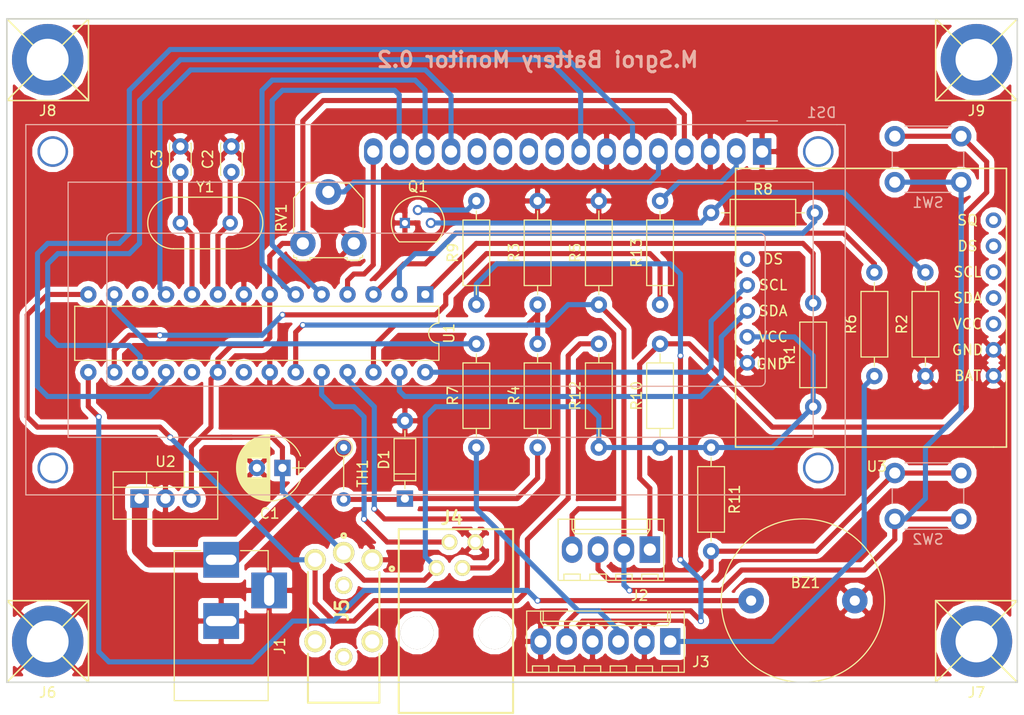
<source format=kicad_pcb>
(kicad_pcb (version 4) (host pcbnew 4.0.7-e2-6376~58~ubuntu16.04.1)
  (title_block (title "Battery Monitor"))
  (layers (0 F.Cu signal) (31 B.Cu signal) (34 B.Paste user) (35 F.Paste user) (36 B.SilkS user) (37 F.SilkS user) (38 B.Mask user) (39 F.Mask user) (44 Edge.Cuts user))
  (net 0 "")
  (net 1 "Net-(DS1-Pad2)")
  (net 2 "Net-(DS1-Pad5)")
  (net 3 "Net-(DS1-Pad9)")
  (net 4 "Net-(DS1-Pad10)")
  (net 5 "Net-(DS1-Pad11)")
  (net 6 "Net-(DS1-Pad12)")
  (net 7 "Net-(U1-Pad21)")
  (net 8 GND)
  (net 9 /DIGITAL9)
  (net 10 +5V)
  (net 11 /DIGITAL12)
  (net 12 /DIGITAL11)
  (net 13 /DIGITAL5)
  (net 14 /DIGITAL4)
  (net 15 /DIGITAL3)
  (net 16 /DIGITAL2)
  (net 17 +12V)
  (net 18 /DIGITAL8)
  (net 19 /ANALOG1)
  (net 20 /ANALOG2)
  (net 21 /DIGITAL10)
  (net 22 /RESET)
  (net 23 /DIGITAL0)
  (net 24 /DIGITAL1)
  (net 25 /DIGITAL13)
  (net 26 /ANALOG0)
  (net 27 /DIGITAL6)
  (net 28 /ANALOG3)
  (net 29 /DIGITAL7)
  (net 30 /ANALOG4)
  (net 31 /ANALOG5)
  (net 32 "Net-(D1-Pad1)")
  (net 33 /CLOCK1)
  (net 34 /CLOCK2)
  (net 35 "Net-(J2-Pad1)")
  (net 36 "Net-(J2-Pad3)")
  (net 37 "Net-(J3-Pad1)")
  (net 38 "Net-(J3-Pad3)")
  (net 39 "Net-(J5-Pad4)")
  (net 40 "Net-(J5-Pad5)")
  (net 41 "Net-(U3-Pad5)")
  (net 42 "Net-(U3-Pad8)")
  (net 43 "Net-(U3-Pad9)")
  (net 44 "Net-(U3-Pad10)")
  (net 45 "Net-(U3-Pad11)")
  (net 46 "Net-(U3-Pad12)")
  (net 47 "Net-(J3-Pad5)")
  (net 48 "Net-(Q1-Pad2)")
  (net 49 "Net-(Q1-Pad3)")
  (net 50 "Net-(J7-Pad1)")
  (net 51 "Net-(J8-Pad1)")
  (net 52 "Net-(J9-Pad1)")
  (module Buzzers_Beepers:BUZZER (layer F.Cu) (at 113 184)
    (fp_text reference BZ1 (at 0.24892 -1.75006) (layer F.SilkS))
    (fp_text value Buzzer)
    (pad 2 thru_hole circle (at 5.08 0) (size 2.49936 2.49936) (drill 1.00076) (layers *.Cu *.Mask) (net 8 GND))
    (pad 1 thru_hole circle (at -5.08 0) (size 2.49936 2.49936) (drill 1.00076) (layers *.Cu *.Mask) (net 9 /DIGITAL9))
  )
  (module Capacitors_THT:CP_Radial_D6.3mm_P2.50mm (layer F.Cu) (at 62 171 180)
    (fp_text reference C1 (at 1.25 -4.46 180) (layer F.SilkS))
    (fp_text value 100uf)
    (pad 1 thru_hole rect (at 0 0 180) (size 1.6 1.6) (drill 0.8) (layers *.Cu *.Mask) (net 10 +5V))
    (pad 2 thru_hole circle (at 2.5 0 180) (size 1.6 1.6) (drill 0.8) (layers *.Cu *.Mask) (net 8 GND))
  )
  (module Capacitors_THT:C_Disc_D3.0mm_W2.0mm_P2.50mm (layer F.Cu) (at 57 142 90)
    (fp_text reference C2 (at 1.25 -2.31 90) (layer F.SilkS))
    (fp_text value 22pf)
    (pad 1 thru_hole circle (at 0 0 90) (size 1.6 1.6) (drill 0.8) (layers *.Cu *.Mask) (net 33 /CLOCK1))
    (pad 2 thru_hole circle (at 2.5 0 90) (size 1.6 1.6) (drill 0.8) (layers *.Cu *.Mask) (net 8 GND))
  )
  (module Capacitors_THT:C_Disc_D3.0mm_W2.0mm_P2.50mm (layer F.Cu) (at 52 142 90)
    (fp_text reference C3 (at 1.25 -2.31 90) (layer F.SilkS))
    (fp_text value 22pf)
    (pad 1 thru_hole circle (at 0 0 90) (size 1.6 1.6) (drill 0.8) (layers *.Cu *.Mask) (net 34 /CLOCK2))
    (pad 2 thru_hole circle (at 2.5 0 90) (size 1.6 1.6) (drill 0.8) (layers *.Cu *.Mask) (net 8 GND))
  )
  (module Diodes_THT:D_DO-35_SOD27_P7.62mm_Horizontal (layer F.Cu) (at 74 174 90)
    (fp_text reference D1 (at 3.81 -2.06 90) (layer F.SilkS))
    (fp_text value D_Zener)
    (pad 1 thru_hole rect (at 0 0 90) (size 1.6 1.6) (drill 0.8) (layers *.Cu *.Mask) (net 32 "Net-(D1-Pad1)"))
    (pad 2 thru_hole oval (at 7.62 0 90) (size 1.6 1.6) (drill 0.8) (layers *.Cu *.Mask) (net 8 GND))
  )
  (module Displays:WC1602A (layer B.Cu) (at 109 140 180)
    (fp_text reference DS1 (at -5.82 3.81 180) (layer B.SilkS) (effects (justify mirror)))
    (fp_text value HY1602E)
    (pad 1 thru_hole rect (at 0 0 180) (size 1.8 2.6) (drill 1.2) (layers *.Cu *.Mask) (net 8 GND))
    (pad 2 thru_hole oval (at 2.54 0 180) (size 1.8 2.6) (drill 1.2) (layers *.Cu *.Mask) (net 1 "Net-(DS1-Pad2)"))
    (pad 3 thru_hole oval (at 5.08 0 180) (size 1.8 2.6) (drill 1.2) (layers *.Cu *.Mask) (net 8 GND))
    (pad 4 thru_hole oval (at 7.62 0 180) (size 1.8 2.6) (drill 1.2) (layers *.Cu *.Mask) (net 10 +5V))
    (pad 5 thru_hole oval (at 10.16 0 180) (size 1.8 2.6) (drill 1.2) (layers *.Cu *.Mask) (net 2 "Net-(DS1-Pad5)"))
    (pad 6 thru_hole oval (at 12.7 0 180) (size 1.8 2.6) (drill 1.2) (layers *.Cu *.Mask) (net 11 /DIGITAL12))
    (pad 7 thru_hole oval (at 15.24 0 180) (size 1.8 2.6) (drill 1.2) (layers *.Cu *.Mask) (net 8 GND))
    (pad 8 thru_hole oval (at 17.78 0 180) (size 1.8 2.6) (drill 1.2) (layers *.Cu *.Mask) (net 12 /DIGITAL11))
    (pad 9 thru_hole oval (at 20.32 0 180) (size 1.8 2.6) (drill 1.2) (layers *.Cu *.Mask) (net 3 "Net-(DS1-Pad9)"))
    (pad 10 thru_hole oval (at 22.86 0 180) (size 1.8 2.6) (drill 1.2) (layers *.Cu *.Mask) (net 4 "Net-(DS1-Pad10)"))
    (pad 11 thru_hole oval (at 25.4 0 180) (size 1.8 2.6) (drill 1.2) (layers *.Cu *.Mask) (net 5 "Net-(DS1-Pad11)"))
    (pad 12 thru_hole oval (at 27.94 0 180) (size 1.8 2.6) (drill 1.2) (layers *.Cu *.Mask) (net 6 "Net-(DS1-Pad12)"))
    (pad 13 thru_hole oval (at 30.48 0 180) (size 1.8 2.6) (drill 1.2) (layers *.Cu *.Mask) (net 13 /DIGITAL5))
    (pad 14 thru_hole oval (at 33.02 0 180) (size 1.8 2.6) (drill 1.2) (layers *.Cu *.Mask) (net 14 /DIGITAL4))
    (pad 15 thru_hole oval (at 35.56 0 180) (size 1.8 2.6) (drill 1.2) (layers *.Cu *.Mask) (net 15 /DIGITAL3))
    (pad 16 thru_hole oval (at 38.1 0 180) (size 1.8 2.6) (drill 1.2) (layers *.Cu *.Mask) (net 16 /DIGITAL2))
    (pad "" thru_hole circle (at -5.4991 0 180) (size 3 3) (drill 2.5) (layers *.Cu *.Mask))
    (pad "" thru_hole circle (at -5.4991 -31.0007 180) (size 3 3) (drill 2.5) (layers *.Cu *.Mask))
    (pad "" thru_hole circle (at 69.49948 -31.0007 180) (size 3 3) (drill 2.5) (layers *.Cu *.Mask))
    (pad "" thru_hole circle (at 69.5 0 180) (size 3 3) (drill 2.5) (layers *.Cu *.Mask))
  )
  (module Connectors:BARREL_JACK (layer F.Cu) (at 56 180 90)
    (fp_text reference J1 (at -8.45 5.75 270) (layer F.SilkS))
    (fp_text value Barrel_Jack)
    (pad 1 thru_hole rect (at 0 0 90) (size 3.5 3.5) (drill oval 1 3) (layers *.Cu *.Mask) (net 17 +12V))
    (pad 2 thru_hole rect (at -6 0 90) (size 3.5 3.5) (drill oval 1 3) (layers *.Cu *.Mask) (net 8 GND))
    (pad 3 thru_hole rect (at -3 4.7 90) (size 3.5 3.5) (drill oval 3 1) (layers *.Cu *.Mask) (net 8 GND))
  )
  (module myfootprint:A-2004-3-4-LP-N-R (layer F.Cu) (at 79 195)
    (fp_text reference J4 (at -0.4 -19.1) (layer F.SilkS) (effects (font (size 1.27 1.27) (thickness 0.254))))
    (fp_text value A-2004-3-4-LP-N-R hide)
    (pad 1 thru_hole circle (at -1.905 -14.2 90) (size 1.55 1.55) (drill 1) (layers *.Cu *.Mask F.SilkS) (net 10 +5V))
    (pad 2 thru_hole circle (at -0.635 -16.74 90) (size 1.55 1.55) (drill 1) (layers *.Cu *.Mask F.SilkS) (net 19 /ANALOG1))
    (pad 3 thru_hole circle (at 0.635 -14.2 90) (size 1.55 1.55) (drill 1) (layers *.Cu *.Mask F.SilkS) (net 20 /ANALOG2))
    (pad 4 thru_hole circle (at 1.905 -16.74 90) (size 1.55 1.55) (drill 1) (layers *.Cu *.Mask F.SilkS) (net 8 GND))
    (pad 5 thru_hole circle (at -3.81 -7.85 90) (size 3.2 3.2) (drill 3.2) (layers *.Cu *.Mask F.SilkS))
    (pad 6 thru_hole circle (at 3.81 -7.85 90) (size 3.2 3.2) (drill 3.2) (layers *.Cu *.Mask F.SilkS))
  )
  (module myfootprint:1503-19 (layer F.Cu) (at 68 194 90)
    (fp_text reference J5 (at 9.05295 -0.16775 90) (layer F.SilkS) (effects (font (size 1.27 1.27) (thickness 0.254))))
    (fp_text value 1503_19 hide)
    (pad 1 thru_hole circle (at 14.7 0 180) (size 2.1 2.1) (drill 1.4) (layers *.Cu *.Mask F.SilkS) (net 10 +5V))
    (pad 2 thru_hole circle (at 14 -2.8 180) (size 2.1 2.1) (drill 1.4) (layers *.Cu *.Mask F.SilkS) (net 18 /DIGITAL8))
    (pad 3 thru_hole circle (at 14 2.8 180) (size 2.1 2.1) (drill 1.4) (layers *.Cu *.Mask F.SilkS) (net 8 GND))
    (pad 4 thru_hole circle (at 6 -2.8 180) (size 2.1 2.1) (drill 1.4) (layers *.Cu *.Mask F.SilkS) (net 39 "Net-(J5-Pad4)"))
    (pad 5 thru_hole circle (at 6 2.8 180) (size 2.1 2.1) (drill 1.4) (layers *.Cu *.Mask F.SilkS) (net 40 "Net-(J5-Pad5)"))
    (pad 6 thru_hole circle (at 11.5 0 180) (size 1.7 1.7) (drill 1.1) (layers *.Cu *.Mask F.SilkS))
    (pad 7 thru_hole circle (at 4.5 0 180) (size 1.7 1.7) (drill 1.1) (layers *.Cu *.Mask F.SilkS))
  )
  (module Resistors_THT:R_Axial_DIN0207_L6.3mm_D2.5mm_P10.16mm_Horizontal (layer F.Cu) (at 114 165 90)
    (fp_text reference R1 (at 5.08 -2.31 90) (layer F.SilkS))
    (fp_text value 10K)
    (pad 1 thru_hole circle (at 0 0 90) (size 1.6 1.6) (drill 0.8) (layers *.Cu *.Mask) (net 10 +5V))
    (pad 2 thru_hole oval (at 10.16 0 90) (size 1.6 1.6) (drill 0.8) (layers *.Cu *.Mask) (net 22 /RESET))
  )
  (module Resistors_THT:R_Axial_DIN0207_L6.3mm_D2.5mm_P10.16mm_Horizontal (layer F.Cu) (at 87 155 90)
    (fp_text reference R3 (at 5.08 -2.31 90) (layer F.SilkS))
    (fp_text value 4M7)
    (pad 1 thru_hole circle (at 0 0 90) (size 1.6 1.6) (drill 0.8) (layers *.Cu *.Mask) (net 28 /ANALOG3))
    (pad 2 thru_hole oval (at 10.16 0 90) (size 1.6 1.6) (drill 0.8) (layers *.Cu *.Mask) (net 8 GND))
  )
  (module Resistors_THT:R_Axial_DIN0207_L6.3mm_D2.5mm_P10.16mm_Horizontal (layer F.Cu) (at 87 169 90)
    (fp_text reference R4 (at 5.08 -2.31 90) (layer F.SilkS))
    (fp_text value 10M)
    (pad 1 thru_hole circle (at 0 0 90) (size 1.6 1.6) (drill 0.8) (layers *.Cu *.Mask) (net 32 "Net-(D1-Pad1)"))
    (pad 2 thru_hole oval (at 10.16 0 90) (size 1.6 1.6) (drill 0.8) (layers *.Cu *.Mask) (net 28 /ANALOG3))
  )
  (module Resistors_THT:R_Axial_DIN0207_L6.3mm_D2.5mm_P10.16mm_Horizontal (layer F.Cu) (at 93 155 90)
    (fp_text reference R5 (at 5.08 -2.31 90) (layer F.SilkS))
    (fp_text value 10k)
    (pad 1 thru_hole circle (at 0 0 90) (size 1.6 1.6) (drill 0.8) (layers *.Cu *.Mask) (net 26 /ANALOG0))
    (pad 2 thru_hole oval (at 10.16 0 90) (size 1.6 1.6) (drill 0.8) (layers *.Cu *.Mask) (net 8 GND))
  )
  (module Resistors_THT:R_Axial_DIN0207_L6.3mm_D2.5mm_P10.16mm_Horizontal (layer F.Cu) (at 120 162 90)
    (fp_text reference R6 (at 5.08 -2.31 90) (layer F.SilkS))
    (fp_text value 220R)
    (pad 1 thru_hole circle (at 0 0 90) (size 1.6 1.6) (drill 0.8) (layers *.Cu *.Mask) (net 37 "Net-(J3-Pad1)"))
    (pad 2 thru_hole oval (at 10.16 0 90) (size 1.6 1.6) (drill 0.8) (layers *.Cu *.Mask) (net 24 /DIGITAL1))
  )
  (module Resistors_THT:R_Axial_DIN0207_L6.3mm_D2.5mm_P10.16mm_Horizontal (layer F.Cu) (at 81 169 90)
    (fp_text reference R7 (at 5.08 -2.31 90) (layer F.SilkS))
    (fp_text value 220R)
    (pad 1 thru_hole circle (at 0 0 90) (size 1.6 1.6) (drill 0.8) (layers *.Cu *.Mask) (net 38 "Net-(J3-Pad3)"))
    (pad 2 thru_hole oval (at 10.16 0 90) (size 1.6 1.6) (drill 0.8) (layers *.Cu *.Mask) (net 29 /DIGITAL7))
  )
  (module Resistors_THT:R_Axial_DIN0207_L6.3mm_D2.5mm_P10.16mm_Horizontal (layer F.Cu) (at 104 146)
    (fp_text reference R8 (at 5.08 -2.31) (layer F.SilkS))
    (fp_text value 220R)
    (pad 1 thru_hole circle (at 0 0) (size 1.6 1.6) (drill 0.8) (layers *.Cu *.Mask) (net 49 "Net-(Q1-Pad3)"))
    (pad 2 thru_hole oval (at 10.16 0) (size 1.6 1.6) (drill 0.8) (layers *.Cu *.Mask) (net 23 /DIGITAL0))
  )
  (module Resistors_THT:R_Axial_DIN0207_L6.3mm_D2.5mm_P10.16mm_Horizontal (layer F.Cu) (at 81 155 90)
    (fp_text reference R9 (at 5.08 -2.31 90) (layer F.SilkS))
    (fp_text value 220R)
    (pad 1 thru_hole circle (at 0 0 90) (size 1.6 1.6) (drill 0.8) (layers *.Cu *.Mask) (net 47 "Net-(J3-Pad5)"))
    (pad 2 thru_hole oval (at 10.16 0 90) (size 1.6 1.6) (drill 0.8) (layers *.Cu *.Mask) (net 48 "Net-(Q1-Pad2)"))
  )
  (module Resistors_THT:R_Axial_DIN0207_L6.3mm_D2.5mm_P10.16mm_Horizontal (layer F.Cu) (at 99 169 90)
    (fp_text reference R10 (at 5.08 -2.31 90) (layer F.SilkS))
    (fp_text value 10k)
    (pad 1 thru_hole circle (at 0 0 90) (size 1.6 1.6) (drill 0.8) (layers *.Cu *.Mask) (net 10 +5V))
    (pad 2 thru_hole oval (at 10.16 0 90) (size 1.6 1.6) (drill 0.8) (layers *.Cu *.Mask) (net 35 "Net-(J2-Pad1)"))
  )
  (module Resistors_THT:R_Axial_DIN0207_L6.3mm_D2.5mm_P10.16mm_Horizontal (layer F.Cu) (at 104 169 270)
    (fp_text reference R11 (at 5.08 -2.31 270) (layer F.SilkS))
    (fp_text value 100k)
    (pad 1 thru_hole circle (at 0 0 270) (size 1.6 1.6) (drill 0.8) (layers *.Cu *.Mask) (net 10 +5V))
    (pad 2 thru_hole oval (at 10.16 0 270) (size 1.6 1.6) (drill 0.8) (layers *.Cu *.Mask) (net 36 "Net-(J2-Pad3)"))
  )
  (module Potentiometers:Potentiometer_Triwood_RM-065 (layer F.Cu) (at 64 149)
    (fp_text reference RV1 (at -2.1 -2.5 90) (layer F.SilkS))
    (fp_text value POT)
    (pad 2 thru_hole circle (at 2.5 -5.04) (size 2.5 2.5) (drill 1.2) (layers *.Cu *.Mask) (net 2 "Net-(DS1-Pad5)"))
    (pad 3 thru_hole circle (at 5 0) (size 2.5 2.5) (drill 1.2) (layers *.Cu *.Mask) (net 8 GND))
    (pad 1 thru_hole circle (at 0 0) (size 2.5 2.5) (drill 1.2) (layers *.Cu *.Mask) (net 10 +5V))
  )
  (module Buttons_Switches_THT:SW_PUSH_6mm_h9.5mm (layer B.Cu) (at 122 143)
    (fp_text reference SW1 (at 3.25 2) (layer B.SilkS) (effects (justify mirror)))
    (fp_text value SW_Push)
    (pad 2 thru_hole circle (at 0 -4.5 270) (size 2 2) (drill 1.1) (layers *.Cu *.Mask) (net 35 "Net-(J2-Pad1)"))
    (pad 1 thru_hole circle (at 0 0 270) (size 2 2) (drill 1.1) (layers *.Cu *.Mask) (net 26 /ANALOG0))
    (pad 2 thru_hole circle (at 6.5 -4.5 270) (size 2 2) (drill 1.1) (layers *.Cu *.Mask) (net 35 "Net-(J2-Pad1)"))
    (pad 1 thru_hole circle (at 6.5 0 270) (size 2 2) (drill 1.1) (layers *.Cu *.Mask) (net 26 /ANALOG0))
  )
  (module Buttons_Switches_THT:SW_PUSH_6mm_h9.5mm (layer B.Cu) (at 122 176)
    (fp_text reference SW2 (at 3.25 2) (layer B.SilkS) (effects (justify mirror)))
    (fp_text value SW_Push)
    (pad 2 thru_hole circle (at 0 -4.5 270) (size 2 2) (drill 1.1) (layers *.Cu *.Mask) (net 36 "Net-(J2-Pad3)"))
    (pad 1 thru_hole circle (at 0 0 270) (size 2 2) (drill 1.1) (layers *.Cu *.Mask) (net 26 /ANALOG0))
    (pad 2 thru_hole circle (at 6.5 -4.5 270) (size 2 2) (drill 1.1) (layers *.Cu *.Mask) (net 36 "Net-(J2-Pad3)"))
    (pad 1 thru_hole circle (at 6.5 0 270) (size 2 2) (drill 1.1) (layers *.Cu *.Mask) (net 26 /ANALOG0))
  )
  (module Resistors_THT:R_Axial_DIN0204_L3.6mm_D1.6mm_P5.08mm_Vertical (layer F.Cu) (at 68 169 270)
    (fp_text reference TH1 (at 2.54 -1.86 270) (layer F.SilkS))
    (fp_text value Thermistor_PTC)
    (pad 1 thru_hole circle (at 0 0 270) (size 1.4 1.4) (drill 0.7) (layers *.Cu *.Mask) (net 17 +12V))
    (pad 2 thru_hole oval (at 5.08 0 270) (size 1.4 1.4) (drill 0.7) (layers *.Cu *.Mask) (net 32 "Net-(D1-Pad1)"))
  )
  (module Housings_DIP:DIP-28_W7.62mm (layer F.Cu) (at 76 154 270)
    (fp_text reference U1 (at 3.81 -2.33 270) (layer F.SilkS))
    (fp_text value ATMEGA328-PU)
    (pad 1 thru_hole rect (at 0 0 270) (size 1.6 1.6) (drill 0.8) (layers *.Cu *.Mask) (net 22 /RESET))
    (pad 15 thru_hole oval (at 7.62 33.02 270) (size 1.6 1.6) (drill 0.8) (layers *.Cu *.Mask) (net 9 /DIGITAL9))
    (pad 2 thru_hole oval (at 0 2.54 270) (size 1.6 1.6) (drill 0.8) (layers *.Cu *.Mask) (net 23 /DIGITAL0))
    (pad 16 thru_hole oval (at 7.62 30.48 270) (size 1.6 1.6) (drill 0.8) (layers *.Cu *.Mask) (net 21 /DIGITAL10))
    (pad 3 thru_hole oval (at 0 5.08 270) (size 1.6 1.6) (drill 0.8) (layers *.Cu *.Mask) (net 24 /DIGITAL1))
    (pad 17 thru_hole oval (at 7.62 27.94 270) (size 1.6 1.6) (drill 0.8) (layers *.Cu *.Mask) (net 12 /DIGITAL11))
    (pad 4 thru_hole oval (at 0 7.62 270) (size 1.6 1.6) (drill 0.8) (layers *.Cu *.Mask) (net 16 /DIGITAL2))
    (pad 18 thru_hole oval (at 7.62 25.4 270) (size 1.6 1.6) (drill 0.8) (layers *.Cu *.Mask) (net 11 /DIGITAL12))
    (pad 5 thru_hole oval (at 0 10.16 270) (size 1.6 1.6) (drill 0.8) (layers *.Cu *.Mask) (net 15 /DIGITAL3))
    (pad 19 thru_hole oval (at 7.62 22.86 270) (size 1.6 1.6) (drill 0.8) (layers *.Cu *.Mask) (net 25 /DIGITAL13))
    (pad 6 thru_hole oval (at 0 12.7 270) (size 1.6 1.6) (drill 0.8) (layers *.Cu *.Mask) (net 14 /DIGITAL4))
    (pad 20 thru_hole oval (at 7.62 20.32 270) (size 1.6 1.6) (drill 0.8) (layers *.Cu *.Mask) (net 10 +5V))
    (pad 7 thru_hole oval (at 0 15.24 270) (size 1.6 1.6) (drill 0.8) (layers *.Cu *.Mask) (net 10 +5V))
    (pad 21 thru_hole oval (at 7.62 17.78 270) (size 1.6 1.6) (drill 0.8) (layers *.Cu *.Mask) (net 7 "Net-(U1-Pad21)"))
    (pad 8 thru_hole oval (at 0 17.78 270) (size 1.6 1.6) (drill 0.8) (layers *.Cu *.Mask) (net 8 GND))
    (pad 22 thru_hole oval (at 7.62 15.24 270) (size 1.6 1.6) (drill 0.8) (layers *.Cu *.Mask) (net 8 GND))
    (pad 9 thru_hole oval (at 0 20.32 270) (size 1.6 1.6) (drill 0.8) (layers *.Cu *.Mask) (net 33 /CLOCK1))
    (pad 23 thru_hole oval (at 7.62 12.7 270) (size 1.6 1.6) (drill 0.8) (layers *.Cu *.Mask) (net 26 /ANALOG0))
    (pad 10 thru_hole oval (at 0 22.86 270) (size 1.6 1.6) (drill 0.8) (layers *.Cu *.Mask) (net 34 /CLOCK2))
    (pad 24 thru_hole oval (at 7.62 10.16 270) (size 1.6 1.6) (drill 0.8) (layers *.Cu *.Mask) (net 19 /ANALOG1))
    (pad 11 thru_hole oval (at 0 25.4 270) (size 1.6 1.6) (drill 0.8) (layers *.Cu *.Mask) (net 13 /DIGITAL5))
    (pad 25 thru_hole oval (at 7.62 7.62 270) (size 1.6 1.6) (drill 0.8) (layers *.Cu *.Mask) (net 20 /ANALOG2))
    (pad 12 thru_hole oval (at 0 27.94 270) (size 1.6 1.6) (drill 0.8) (layers *.Cu *.Mask) (net 27 /DIGITAL6))
    (pad 26 thru_hole oval (at 7.62 5.08 270) (size 1.6 1.6) (drill 0.8) (layers *.Cu *.Mask) (net 28 /ANALOG3))
    (pad 13 thru_hole oval (at 0 30.48 270) (size 1.6 1.6) (drill 0.8) (layers *.Cu *.Mask) (net 29 /DIGITAL7))
    (pad 27 thru_hole oval (at 7.62 2.54 270) (size 1.6 1.6) (drill 0.8) (layers *.Cu *.Mask) (net 30 /ANALOG4))
    (pad 14 thru_hole oval (at 0 33.02 270) (size 1.6 1.6) (drill 0.8) (layers *.Cu *.Mask) (net 18 /DIGITAL8))
    (pad 28 thru_hole oval (at 7.62 0 270) (size 1.6 1.6) (drill 0.8) (layers *.Cu *.Mask) (net 31 /ANALOG5))
  )
  (module myfootprint:TinyRTC (layer F.Cu) (at 105 148)
    (fp_text reference U3 (at 15.24 22.86) (layer F.SilkS))
    (fp_text value TinyRTC)
    (fp_text user SQ (at 24.13 -1.27) (layer F.SilkS))
    (fp_text user DS (at 24.13 1.27) (layer F.SilkS))
    (fp_text user SCL (at 24.13 3.81) (layer F.SilkS))
    (fp_text user SDA (at 24.13 6.35) (layer F.SilkS))
    (fp_text user VCC (at 24.13 8.89) (layer F.SilkS))
    (fp_text user GND (at 24.13 11.43) (layer F.SilkS))
    (fp_text user BAT (at 24.13 13.97) (layer F.SilkS))
    (fp_text user DS (at 5.08 2.54) (layer F.SilkS))
    (fp_text user SCL (at 5.08 5.08) (layer F.SilkS))
    (fp_text user SDA (at 5.08 7.62) (layer F.SilkS))
    (fp_text user VCC (at 5.08 10.16) (layer F.SilkS))
    (fp_text user GND (at 4.953 12.827) (layer F.SilkS))
    (pad 1 thru_hole circle (at 2.54 12.7) (size 1.524 1.524) (drill 0.85) (layers *.Cu *.Mask) (net 8 GND))
    (pad 2 thru_hole circle (at 2.54 10.16) (size 1.524 1.524) (drill 0.85) (layers *.Cu *.Mask) (net 10 +5V))
    (pad 3 thru_hole circle (at 2.54 7.62) (size 1.524 1.524) (drill 0.85) (layers *.Cu *.Mask) (net 30 /ANALOG4))
    (pad 4 thru_hole circle (at 2.54 5.08) (size 1.524 1.524) (drill 0.85) (layers *.Cu *.Mask) (net 31 /ANALOG5))
    (pad 5 thru_hole circle (at 2.54 2.54) (size 1.524 1.524) (drill 0.85) (layers *.Cu *.Mask) (net 41 "Net-(U3-Pad5)"))
    (pad 6 thru_hole circle (at 26.67 13.97) (size 1.524 1.524) (drill 0.85) (layers *.Cu *.Mask) (net 8 GND))
    (pad 7 thru_hole circle (at 26.67 11.43) (size 1.524 1.524) (drill 0.85) (layers *.Cu *.Mask) (net 8 GND))
    (pad 8 thru_hole circle (at 26.67 8.89) (size 1.524 1.524) (drill 0.85) (layers *.Cu *.Mask) (net 42 "Net-(U3-Pad8)"))
    (pad 9 thru_hole circle (at 26.67 6.35) (size 1.524 1.524) (drill 0.85) (layers *.Cu *.Mask) (net 43 "Net-(U3-Pad9)"))
    (pad 10 thru_hole circle (at 26.67 3.81) (size 1.524 1.524) (drill 0.85) (layers *.Cu *.Mask) (net 44 "Net-(U3-Pad10)"))
    (pad 11 thru_hole circle (at 26.67 1.27) (size 1.524 1.524) (drill 0.85) (layers *.Cu *.Mask) (net 45 "Net-(U3-Pad11)"))
    (pad 12 thru_hole circle (at 26.67 -1.27) (size 1.524 1.524) (drill 0.85) (layers *.Cu *.Mask) (net 46 "Net-(U3-Pad12)"))
  )
  (module Crystals:Crystal_HC49-U_Vertical (layer F.Cu) (at 52 147)
    (fp_text reference Y1 (at 2.44 -3.525) (layer F.SilkS))
    (fp_text value 16Mhz)
    (pad 1 thru_hole circle (at 0 0) (size 1.5 1.5) (drill 0.8) (layers *.Cu *.Mask) (net 34 /CLOCK2))
    (pad 2 thru_hole circle (at 4.88 0) (size 1.5 1.5) (drill 0.8) (layers *.Cu *.Mask) (net 33 /CLOCK1))
  )
  (module Connectors_Molex:Molex_KK-6410-04_04x2.54mm_Straight (layer F.Cu) (at 98 179 180)
    (fp_text reference J2 (at 1 -4.5 180) (layer F.SilkS))
    (fp_text value BUTTONS)
    (pad 1 thru_hole rect (at 0 0 180) (size 2 2.6) (drill 1.2) (layers *.Cu *.Mask) (net 35 "Net-(J2-Pad1)"))
    (pad 2 thru_hole oval (at 2.54 0 180) (size 2 2.6) (drill 1.2) (layers *.Cu *.Mask) (net 26 /ANALOG0))
    (pad 3 thru_hole oval (at 5.08 0 180) (size 2 2.6) (drill 1.2) (layers *.Cu *.Mask) (net 36 "Net-(J2-Pad3)"))
    (pad 4 thru_hole oval (at 7.62 0 180) (size 2 2.6) (drill 1.2) (layers *.Cu *.Mask) (net 26 /ANALOG0))
  )
  (module TO_SOT_Packages_THT:TO-220-3_Vertical (layer F.Cu) (at 48 174)
    (fp_text reference U2 (at 2.54 -3.62) (layer F.SilkS))
    (fp_text value LM7805_TO220)
    (pad 1 thru_hole rect (at 0 0) (size 1.8 1.8) (drill 1) (layers *.Cu *.Mask) (net 17 +12V))
    (pad 2 thru_hole oval (at 2.54 0) (size 1.8 1.8) (drill 1) (layers *.Cu *.Mask) (net 8 GND))
    (pad 3 thru_hole oval (at 5.08 0) (size 1.8 1.8) (drill 1) (layers *.Cu *.Mask) (net 10 +5V))
  )
  (module Connectors_Molex:Molex_KK-6410-06_06x2.54mm_Straight (layer F.Cu) (at 100 188 180)
    (fp_text reference J3 (at -3 -2 180) (layer F.SilkS))
    (fp_text value I/O)
    (pad 1 thru_hole rect (at 0 0 180) (size 2 2.6) (drill 1.2) (layers *.Cu *.Mask) (net 37 "Net-(J3-Pad1)"))
    (pad 2 thru_hole oval (at 2.54 0 180) (size 2 2.6) (drill 1.2) (layers *.Cu *.Mask) (net 8 GND))
    (pad 3 thru_hole oval (at 5.08 0 180) (size 2 2.6) (drill 1.2) (layers *.Cu *.Mask) (net 38 "Net-(J3-Pad3)"))
    (pad 4 thru_hole oval (at 7.62 0 180) (size 2 2.6) (drill 1.2) (layers *.Cu *.Mask) (net 8 GND))
    (pad 5 thru_hole oval (at 10.16 0 180) (size 2 2.6) (drill 1.2) (layers *.Cu *.Mask) (net 47 "Net-(J3-Pad5)"))
    (pad 6 thru_hole oval (at 12.7 0 180) (size 2 2.6) (drill 1.2) (layers *.Cu *.Mask) (net 8 GND))
  )
  (module TO_SOT_Packages_THT:TO-92_Molded_Narrow (layer F.Cu) (at 74 147)
    (fp_text reference Q1 (at 1.27 -3.56) (layer F.SilkS))
    (fp_text value 2N3904)
    (pad 2 thru_hole circle (at 1.27 -1.27 90) (size 1 1) (drill 0.6) (layers *.Cu *.Mask) (net 48 "Net-(Q1-Pad2)"))
    (pad 3 thru_hole circle (at 2.54 0 90) (size 1 1) (drill 0.6) (layers *.Cu *.Mask) (net 49 "Net-(Q1-Pad3)"))
    (pad 1 thru_hole rect (at 0 0 90) (size 1 1) (drill 0.6) (layers *.Cu *.Mask) (net 8 GND))
  )
  (module Resistors_THT:R_Axial_DIN0207_L6.3mm_D2.5mm_P10.16mm_Horizontal (layer F.Cu) (at 93 169 90)
    (fp_text reference R12 (at 5.08 -2.31 90) (layer F.SilkS))
    (fp_text value 4k7)
    (pad 1 thru_hole circle (at 0 0 90) (size 1.6 1.6) (drill 0.8) (layers *.Cu *.Mask) (net 10 +5V))
    (pad 2 thru_hole oval (at 10.16 0 90) (size 1.6 1.6) (drill 0.8) (layers *.Cu *.Mask) (net 18 /DIGITAL8))
  )
  (module Resistors_THT:R_Axial_DIN0207_L6.3mm_D2.5mm_P10.16mm_Horizontal (layer F.Cu) (at 99 155 90)
    (fp_text reference R13 (at 5.08 -2.31 90) (layer F.SilkS))
    (fp_text value 220R)
    (pad 1 thru_hole circle (at 0 0 90) (size 1.6 1.6) (drill 0.8) (layers *.Cu *.Mask) (net 21 /DIGITAL10))
    (pad 2 thru_hole oval (at 10.16 0 90) (size 1.6 1.6) (drill 0.8) (layers *.Cu *.Mask) (net 1 "Net-(DS1-Pad2)"))
  )
  (module myfootprint:Mounthole (layer F.Cu) (at 39 188)
    (fp_text reference J6 (at 0 5) (layer F.SilkS))
    (fp_text value Conn_01x01)
    (pad 1 thru_hole circle (at 0 0) (size 7 7) (drill 4.1) (layers *.Cu *.Mask) (net 8 GND))
  )
  (module myfootprint:Mounthole (layer F.Cu) (at 130 188)
    (fp_text reference J7 (at 0 5) (layer F.SilkS))
    (fp_text value Conn_01x01)
    (pad 1 thru_hole circle (at 0 0) (size 7 7) (drill 4.1) (layers *.Cu *.Mask) (net 50 "Net-(J7-Pad1)"))
  )
  (module myfootprint:Mounthole (layer F.Cu) (at 39 131)
    (fp_text reference J8 (at 0 5) (layer F.SilkS))
    (fp_text value Conn_01x01)
    (pad 1 thru_hole circle (at 0 0) (size 7 7) (drill 4.1) (layers *.Cu *.Mask) (net 51 "Net-(J8-Pad1)"))
  )
  (module myfootprint:Mounthole (layer F.Cu) (at 130 131)
    (fp_text reference J9 (at 0 5) (layer F.SilkS))
    (fp_text value Conn_01x01)
    (pad 1 thru_hole circle (at 0 0) (size 7 7) (drill 4.1) (layers *.Cu *.Mask) (net 52 "Net-(J9-Pad1)"))
  )
  (module Resistors_THT:R_Axial_DIN0207_L6.3mm_D2.5mm_P10.16mm_Horizontal (layer F.Cu) (at 125 162 90)
    (fp_text reference R2 (at 5.08 -2.31 90) (layer F.SilkS))
    (fp_text value 220R)
    (pad 1 thru_hole circle (at 0 0 90) (size 1.6 1.6) (drill 0.8) (layers *.Cu *.Mask) (net 8 GND))
    (pad 2 thru_hole oval (at 10.16 0 90) (size 1.6 1.6) (drill 0.8) (layers *.Cu *.Mask) (net 49 "Net-(Q1-Pad3)"))
  )
  (gr_text "M.Sgroi Battery Monitor 0.2" (at 87 131) (layer B.SilkS) (effects (font (size 1.5 1.5) (thickness 0.3)) (justify mirror)))
  (gr_line (start 134 127) (end 134 192) (angle 90) (layer Edge.Cuts) (width 0.15))
  (gr_line (start 35 127) (end 134 127) (angle 90) (layer Edge.Cuts) (width 0.15))
  (gr_line (start 35 192) (end 35 127) (angle 90) (layer Edge.Cuts) (width 0.15))
  (gr_line (start 134 192) (end 35 192) (angle 90) (layer Edge.Cuts) (width 0.15))
  (segment (start 106.46 140) (end 106.46 141.54) (width 0.5) (layer B.Cu) (net 1))
  (segment (start 100.84 143) (end 99 144.84) (width 0.5) (layer B.Cu) (net 1))
  (segment (start 105 143) (end 100.84 143) (width 0.5) (layer B.Cu) (net 1))
  (segment (start 106.46 141.54) (end 105 143) (width 0.5) (layer B.Cu) (net 1))
  (segment (start 66.5 143.96) (end 68.04 143.96) (width 0.5) (layer B.Cu) (net 2))
  (segment (start 98.84 142.16) (end 98.84 140) (width 0.5) (layer B.Cu) (net 2))
  (segment (start 98 143) (end 98.84 142.16) (width 0.5) (layer B.Cu) (net 2))
  (segment (start 69 143) (end 98 143) (width 0.5) (layer B.Cu) (net 2))
  (segment (start 68.04 143.96) (end 69 143) (width 0.5) (layer B.Cu) (net 2))
  (segment (start 70.8 180) (end 70.8 178.8) (width 0.5) (layer F.Cu) (net 8))
  (segment (start 70.8 178.8) (end 70 178) (width 0.5) (layer F.Cu) (net 8))
  (segment (start 70.8 180) (end 73 180) (width 0.5) (layer F.Cu) (net 8))
  (segment (start 107.92 184) (end 87 184) (width 0.5) (layer F.Cu) (net 9))
  (segment (start 42.98 164.98) (end 42.98 161.62) (width 0.5) (layer F.Cu) (net 9))
  (segment (start 44 166) (end 42.98 164.98) (width 0.5) (layer F.Cu) (net 9))
  (via (at 44 166) (size 0.6) (drill 0.4) (layers F.Cu B.Cu) (net 9))
  (segment (start 44 189) (end 44 166) (width 0.5) (layer B.Cu) (net 9))
  (segment (start 45 190) (end 44 189) (width 0.5) (layer B.Cu) (net 9))
  (segment (start 59 190) (end 45 190) (width 0.5) (layer B.Cu) (net 9))
  (segment (start 63 186) (end 59 190) (width 0.5) (layer B.Cu) (net 9))
  (segment (start 67 186) (end 63 186) (width 0.5) (layer B.Cu) (net 9))
  (segment (start 70 183) (end 67 186) (width 0.5) (layer B.Cu) (net 9))
  (segment (start 86 183) (end 70 183) (width 0.5) (layer B.Cu) (net 9))
  (segment (start 87 184) (end 86 183) (width 0.5) (layer B.Cu) (net 9))
  (via (at 87 184) (size 0.6) (drill 0.4) (layers F.Cu B.Cu) (net 9))
  (segment (start 54 168) (end 55 167) (width 0.5) (layer F.Cu) (net 10))
  (segment (start 55 162.3) (end 55.68 161.62) (width 0.5) (layer F.Cu) (net 10))
  (segment (start 55 167) (end 55 162.3) (width 0.5) (layer F.Cu) (net 10))
  (segment (start 57 168) (end 54 168) (width 0.5) (layer F.Cu) (net 10))
  (segment (start 53.08 168.92) (end 53.08 174) (width 0.5) (layer F.Cu) (net 10))
  (segment (start 54 168) (end 53.08 168.92) (width 0.5) (layer F.Cu) (net 10))
  (segment (start 93 169) (end 93 166) (width 0.5) (layer B.Cu) (net 10))
  (segment (start 76 179.705) (end 77.095 180.8) (width 0.5) (layer B.Cu) (net 10))
  (segment (start 76 166) (end 76 179.705) (width 0.5) (layer B.Cu) (net 10))
  (segment (start 77 165) (end 76 166) (width 0.5) (layer B.Cu) (net 10))
  (segment (start 92 165) (end 77 165) (width 0.5) (layer B.Cu) (net 10))
  (segment (start 93 166) (end 92 165) (width 0.5) (layer B.Cu) (net 10))
  (segment (start 101.38 140) (end 101.38 136.38) (width 0.5) (layer F.Cu) (net 10))
  (segment (start 64 137) (end 64 149) (width 0.5) (layer F.Cu) (net 10))
  (segment (start 66 135) (end 64 137) (width 0.5) (layer F.Cu) (net 10))
  (segment (start 100 135) (end 66 135) (width 0.5) (layer F.Cu) (net 10))
  (segment (start 101.38 136.38) (end 100 135) (width 0.5) (layer F.Cu) (net 10))
  (segment (start 114 165) (end 114 160) (width 0.5) (layer B.Cu) (net 10))
  (segment (start 112.16 158.16) (end 107.54 158.16) (width 0.5) (layer B.Cu) (net 10))
  (segment (start 114 160) (end 112.16 158.16) (width 0.5) (layer B.Cu) (net 10))
  (segment (start 104 169) (end 110 169) (width 0.5) (layer B.Cu) (net 10))
  (segment (start 110 169) (end 114 165) (width 0.5) (layer B.Cu) (net 10))
  (segment (start 99 169) (end 104 169) (width 0.5) (layer B.Cu) (net 10))
  (segment (start 93 169) (end 99 169) (width 0.5) (layer B.Cu) (net 10))
  (segment (start 62 171) (end 62 169) (width 0.5) (layer F.Cu) (net 10))
  (segment (start 61 168) (end 57 168) (width 0.5) (layer F.Cu) (net 10))
  (segment (start 57 168) (end 56 168) (width 0.5) (layer F.Cu) (net 10))
  (segment (start 62 169) (end 61 168) (width 0.5) (layer F.Cu) (net 10))
  (segment (start 62 171) (end 62 173.3) (width 0.5) (layer B.Cu) (net 10))
  (segment (start 62 173.3) (end 68 179.3) (width 0.5) (layer B.Cu) (net 10))
  (segment (start 68 179.3) (end 68 180) (width 0.5) (layer F.Cu) (net 10))
  (segment (start 68 180) (end 70 182) (width 0.5) (layer F.Cu) (net 10))
  (segment (start 75.895 182) (end 77.095 180.8) (width 0.5) (layer F.Cu) (net 10))
  (segment (start 70 182) (end 75.895 182) (width 0.5) (layer F.Cu) (net 10))
  (segment (start 60.76 154) (end 60.76 150.24) (width 0.5) (layer F.Cu) (net 10))
  (segment (start 62 149) (end 64 149) (width 0.5) (layer F.Cu) (net 10))
  (segment (start 60.76 150.24) (end 62 149) (width 0.5) (layer F.Cu) (net 10))
  (segment (start 55.68 161.62) (end 55.68 160.32) (width 0.5) (layer F.Cu) (net 10))
  (segment (start 55.68 160.32) (end 57 159) (width 0.5) (layer F.Cu) (net 10))
  (segment (start 57 159) (end 60 159) (width 0.5) (layer F.Cu) (net 10))
  (segment (start 60 159) (end 60.76 158.24) (width 0.5) (layer F.Cu) (net 10))
  (segment (start 60.76 158.24) (end 60.76 154) (width 0.5) (layer F.Cu) (net 10))
  (segment (start 53.08 174) (end 53.08 173.92) (width 0.5) (layer F.Cu) (net 10))
  (segment (start 96.3 140) (end 96.3 137.3) (width 0.5) (layer B.Cu) (net 11))
  (segment (start 49 164) (end 50.6 162.4) (width 0.5) (layer B.Cu) (net 11))
  (segment (start 39 164) (end 49 164) (width 0.5) (layer B.Cu) (net 11))
  (segment (start 38 163) (end 39 164) (width 0.5) (layer B.Cu) (net 11))
  (segment (start 38 150) (end 38 163) (width 0.5) (layer B.Cu) (net 11))
  (segment (start 39 149) (end 38 150) (width 0.5) (layer B.Cu) (net 11))
  (segment (start 46 149) (end 39 149) (width 0.5) (layer B.Cu) (net 11))
  (segment (start 47 148) (end 46 149) (width 0.5) (layer B.Cu) (net 11))
  (segment (start 47 134) (end 47 148) (width 0.5) (layer B.Cu) (net 11))
  (segment (start 51 130) (end 47 134) (width 0.5) (layer B.Cu) (net 11))
  (segment (start 89 130) (end 51 130) (width 0.5) (layer B.Cu) (net 11))
  (segment (start 96.3 137.3) (end 89 130) (width 0.5) (layer B.Cu) (net 11))
  (segment (start 50.6 162.4) (end 50.6 161.62) (width 0.5) (layer B.Cu) (net 11))
  (segment (start 91.22 140) (end 91.22 134.22) (width 0.5) (layer B.Cu) (net 12))
  (segment (start 48.06 160.06) (end 48.06 161.62) (width 0.5) (layer B.Cu) (net 12))
  (segment (start 47 159) (end 48.06 160.06) (width 0.5) (layer B.Cu) (net 12))
  (segment (start 40 159) (end 47 159) (width 0.5) (layer B.Cu) (net 12))
  (segment (start 39 158) (end 40 159) (width 0.5) (layer B.Cu) (net 12))
  (segment (start 39 151) (end 39 158) (width 0.5) (layer B.Cu) (net 12))
  (segment (start 40 150) (end 39 151) (width 0.5) (layer B.Cu) (net 12))
  (segment (start 47 150) (end 40 150) (width 0.5) (layer B.Cu) (net 12))
  (segment (start 48 149) (end 47 150) (width 0.5) (layer B.Cu) (net 12))
  (segment (start 48 135) (end 48 149) (width 0.5) (layer B.Cu) (net 12))
  (segment (start 52 131) (end 48 135) (width 0.5) (layer B.Cu) (net 12))
  (segment (start 88 131) (end 52 131) (width 0.5) (layer B.Cu) (net 12))
  (segment (start 91.22 134.22) (end 88 131) (width 0.5) (layer B.Cu) (net 12))
  (segment (start 78.52 140) (end 78.52 134.52) (width 0.5) (layer B.Cu) (net 13))
  (segment (start 50 153.4) (end 50.6 154) (width 0.5) (layer B.Cu) (net 13))
  (segment (start 50 135) (end 50 153.4) (width 0.5) (layer B.Cu) (net 13))
  (segment (start 53 132) (end 50 135) (width 0.5) (layer B.Cu) (net 13))
  (segment (start 76 132) (end 53 132) (width 0.5) (layer B.Cu) (net 13))
  (segment (start 78.52 134.52) (end 76 132) (width 0.5) (layer B.Cu) (net 13))
  (segment (start 63.3 154) (end 63 154) (width 0.5) (layer B.Cu) (net 14))
  (segment (start 63 154) (end 60 151) (width 0.5) (layer B.Cu) (net 14))
  (segment (start 60 151) (end 60 134) (width 0.5) (layer B.Cu) (net 14))
  (segment (start 60 134) (end 61 133) (width 0.5) (layer B.Cu) (net 14))
  (segment (start 61 133) (end 75 133) (width 0.5) (layer B.Cu) (net 14))
  (segment (start 75 133) (end 75.98 133.98) (width 0.5) (layer B.Cu) (net 14))
  (segment (start 75.98 133.98) (end 75.98 140) (width 0.5) (layer B.Cu) (net 14))
  (segment (start 73.44 140) (end 73.44 134.44) (width 0.5) (layer B.Cu) (net 15))
  (segment (start 61 149.16) (end 65.84 154) (width 0.5) (layer B.Cu) (net 15))
  (segment (start 61 135) (end 61 149.16) (width 0.5) (layer B.Cu) (net 15))
  (segment (start 62 134) (end 61 135) (width 0.5) (layer B.Cu) (net 15))
  (segment (start 73 134) (end 62 134) (width 0.5) (layer B.Cu) (net 15))
  (segment (start 73.44 134.44) (end 73 134) (width 0.5) (layer B.Cu) (net 15))
  (segment (start 68.38 154) (end 68.38 152.62) (width 0.5) (layer F.Cu) (net 16))
  (segment (start 70.9 151.1) (end 70.9 140) (width 0.5) (layer F.Cu) (net 16))
  (segment (start 70 152) (end 70.9 151.1) (width 0.5) (layer F.Cu) (net 16))
  (segment (start 69 152) (end 70 152) (width 0.5) (layer F.Cu) (net 16))
  (segment (start 68.38 152.62) (end 69 152) (width 0.5) (layer F.Cu) (net 16))
  (segment (start 56 180) (end 57 180) (width 1.5) (layer F.Cu) (net 17))
  (segment (start 57 180) (end 68 169) (width 1.5) (layer F.Cu) (net 17))
  (segment (start 56 180) (end 49 180) (width 1.5) (layer F.Cu) (net 17))
  (segment (start 48 179) (end 48 174) (width 1.5) (layer F.Cu) (net 17))
  (segment (start 49 180) (end 48 179) (width 1.5) (layer F.Cu) (net 17))
  (segment (start 93 158.84) (end 91.16 158.84) (width 0.5) (layer F.Cu) (net 18))
  (segment (start 65.2 184.2) (end 65.2 180) (width 0.5) (layer F.Cu) (net 18))
  (segment (start 67 186) (end 65.2 184.2) (width 0.5) (layer F.Cu) (net 18))
  (segment (start 69 186) (end 67 186) (width 0.5) (layer F.Cu) (net 18))
  (segment (start 71 184) (end 69 186) (width 0.5) (layer F.Cu) (net 18))
  (segment (start 85 184) (end 71 184) (width 0.5) (layer F.Cu) (net 18))
  (segment (start 86 183) (end 85 184) (width 0.5) (layer F.Cu) (net 18))
  (segment (start 86 178) (end 86 183) (width 0.5) (layer F.Cu) (net 18))
  (segment (start 90 174) (end 86 178) (width 0.5) (layer F.Cu) (net 18))
  (segment (start 90 160) (end 90 174) (width 0.5) (layer F.Cu) (net 18))
  (segment (start 91.16 158.84) (end 90 160) (width 0.5) (layer F.Cu) (net 18))
  (segment (start 65.2 180) (end 63 180) (width 0.5) (layer B.Cu) (net 18))
  (segment (start 39 154) (end 42.98 154) (width 0.5) (layer F.Cu) (net 18))
  (segment (start 37 156) (end 39 154) (width 0.5) (layer F.Cu) (net 18))
  (segment (start 37 166) (end 37 156) (width 0.5) (layer F.Cu) (net 18))
  (segment (start 38 167) (end 37 166) (width 0.5) (layer F.Cu) (net 18))
  (segment (start 50 167) (end 38 167) (width 0.5) (layer F.Cu) (net 18))
  (segment (start 51 168) (end 50 167) (width 0.5) (layer F.Cu) (net 18))
  (via (at 51 168) (size 0.6) (drill 0.4) (layers F.Cu B.Cu) (net 18))
  (segment (start 63 180) (end 51 168) (width 0.5) (layer B.Cu) (net 18))
  (segment (start 78.365 178.26) (end 72.26 178.26) (width 0.5) (layer F.Cu) (net 19))
  (segment (start 65.84 163.84) (end 65.84 161.62) (width 0.5) (layer B.Cu) (net 19))
  (segment (start 67 165) (end 65.84 163.84) (width 0.5) (layer B.Cu) (net 19))
  (segment (start 69 165) (end 67 165) (width 0.5) (layer B.Cu) (net 19))
  (segment (start 70 166) (end 69 165) (width 0.5) (layer B.Cu) (net 19))
  (segment (start 70 176) (end 70 166) (width 0.5) (layer B.Cu) (net 19))
  (via (at 70 176) (size 0.6) (drill 0.4) (layers F.Cu B.Cu) (net 19))
  (segment (start 72.26 178.26) (end 70 176) (width 0.5) (layer F.Cu) (net 19))
  (segment (start 68.38 161.62) (end 68.38 162.38) (width 0.5) (layer B.Cu) (net 20))
  (segment (start 68.38 162.38) (end 71 165) (width 0.5) (layer B.Cu) (net 20))
  (segment (start 71 165) (end 71 175) (width 0.5) (layer B.Cu) (net 20))
  (via (at 71 175) (size 0.6) (drill 0.4) (layers F.Cu B.Cu) (net 20))
  (segment (start 71 175) (end 72 176) (width 0.5) (layer F.Cu) (net 20))
  (segment (start 72 176) (end 82 176) (width 0.5) (layer F.Cu) (net 20))
  (segment (start 82 176) (end 83 177) (width 0.5) (layer F.Cu) (net 20))
  (segment (start 83 177) (end 83 180) (width 0.5) (layer F.Cu) (net 20))
  (segment (start 83 180) (end 82.2 180.8) (width 0.5) (layer F.Cu) (net 20))
  (segment (start 82.2 180.8) (end 79.635 180.8) (width 0.5) (layer F.Cu) (net 20))
  (segment (start 99 155) (end 99 151) (width 0.5) (layer F.Cu) (net 21))
  (segment (start 45.52 159.48) (end 45.52 161.62) (width 0.5) (layer F.Cu) (net 21))
  (segment (start 47 158) (end 45.52 159.48) (width 0.5) (layer F.Cu) (net 21))
  (segment (start 50 158) (end 47 158) (width 0.5) (layer F.Cu) (net 21))
  (via (at 50 158) (size 0.6) (drill 0.4) (layers F.Cu B.Cu) (net 21))
  (segment (start 60 158) (end 50 158) (width 0.5) (layer B.Cu) (net 21))
  (segment (start 62 156) (end 60 158) (width 0.5) (layer B.Cu) (net 21))
  (via (at 62 156) (size 0.6) (drill 0.4) (layers F.Cu B.Cu) (net 21))
  (segment (start 77 156) (end 62 156) (width 0.5) (layer F.Cu) (net 21))
  (segment (start 78 155) (end 77 156) (width 0.5) (layer F.Cu) (net 21))
  (segment (start 78 154) (end 78 155) (width 0.5) (layer F.Cu) (net 21))
  (segment (start 82 150) (end 78 154) (width 0.5) (layer F.Cu) (net 21))
  (segment (start 98 150) (end 82 150) (width 0.5) (layer F.Cu) (net 21))
  (segment (start 99 151) (end 98 150) (width 0.5) (layer F.Cu) (net 21))
  (segment (start 76 154) (end 81 149) (width 0.5) (layer F.Cu) (net 22))
  (segment (start 114 150) (end 114 154.84) (width 0.5) (layer F.Cu) (net 22))
  (segment (start 113 149) (end 114 150) (width 0.5) (layer F.Cu) (net 22))
  (segment (start 81 149) (end 113 149) (width 0.5) (layer F.Cu) (net 22))
  (segment (start 114.16 146) (end 114.16 146.84) (width 0.5) (layer B.Cu) (net 23))
  (segment (start 73.46 151.54) (end 73.46 154) (width 0.5) (layer B.Cu) (net 23))
  (segment (start 75 150) (end 73.46 151.54) (width 0.5) (layer B.Cu) (net 23))
  (segment (start 77 150) (end 75 150) (width 0.5) (layer B.Cu) (net 23))
  (segment (start 79 148) (end 77 150) (width 0.5) (layer B.Cu) (net 23))
  (segment (start 113 148) (end 79 148) (width 0.5) (layer B.Cu) (net 23))
  (segment (start 114.16 146.84) (end 113 148) (width 0.5) (layer B.Cu) (net 23))
  (segment (start 120 151.84) (end 120 151) (width 0.5) (layer F.Cu) (net 24))
  (segment (start 73.92 151) (end 70.92 154) (width 0.5) (layer F.Cu) (net 24))
  (segment (start 76 151) (end 73.92 151) (width 0.5) (layer F.Cu) (net 24))
  (segment (start 79 148) (end 76 151) (width 0.5) (layer F.Cu) (net 24))
  (segment (start 117 148) (end 79 148) (width 0.5) (layer F.Cu) (net 24))
  (segment (start 120 151) (end 117 148) (width 0.5) (layer F.Cu) (net 24))
  (segment (start 122 176) (end 123 176) (width 0.5) (layer B.Cu) (net 26))
  (segment (start 123 176) (end 125 174) (width 0.5) (layer B.Cu) (net 26))
  (segment (start 128.5 165.5) (end 128.5 143) (width 0.5) (layer B.Cu) (net 26))
  (segment (start 125 169) (end 128.5 165.5) (width 0.5) (layer B.Cu) (net 26))
  (segment (start 125 174) (end 125 169) (width 0.5) (layer B.Cu) (net 26))
  (segment (start 95.46 179) (end 95.46 182.46) (width 0.5) (layer B.Cu) (net 26))
  (segment (start 122 178) (end 122 176) (width 0.5) (layer F.Cu) (net 26))
  (segment (start 119 181) (end 122 178) (width 0.5) (layer F.Cu) (net 26))
  (segment (start 107 181) (end 119 181) (width 0.5) (layer F.Cu) (net 26))
  (segment (start 105 183) (end 107 181) (width 0.5) (layer F.Cu) (net 26))
  (segment (start 96 183) (end 105 183) (width 0.5) (layer F.Cu) (net 26))
  (via (at 96 183) (size 0.6) (drill 0.4) (layers F.Cu B.Cu) (net 26))
  (segment (start 95.46 182.46) (end 96 183) (width 0.5) (layer B.Cu) (net 26))
  (segment (start 122 143) (end 128.5 143) (width 0.5) (layer B.Cu) (net 26))
  (segment (start 128.5 176) (end 128 176) (width 0.5) (layer B.Cu) (net 26))
  (segment (start 122 176) (end 128.5 176) (width 0.5) (layer F.Cu) (net 26))
  (segment (start 95.46 175) (end 91 175) (width 0.5) (layer F.Cu) (net 26))
  (segment (start 90.38 175.62) (end 90.38 179) (width 0.5) (layer F.Cu) (net 26))
  (segment (start 91 175) (end 90.38 175.62) (width 0.5) (layer F.Cu) (net 26))
  (segment (start 95.46 179) (end 95.46 175) (width 0.5) (layer F.Cu) (net 26))
  (segment (start 95.46 175) (end 95.46 157.46) (width 0.5) (layer F.Cu) (net 26))
  (segment (start 95.46 157.46) (end 93 155) (width 0.5) (layer F.Cu) (net 26))
  (segment (start 93 155) (end 90 155) (width 0.5) (layer B.Cu) (net 26))
  (segment (start 63.3 157.7) (end 63.3 161.62) (width 0.5) (layer F.Cu) (net 26))
  (segment (start 64 157) (end 63.3 157.7) (width 0.5) (layer F.Cu) (net 26))
  (via (at 64 157) (size 0.6) (drill 0.4) (layers F.Cu B.Cu) (net 26))
  (segment (start 88 157) (end 64 157) (width 0.5) (layer B.Cu) (net 26))
  (segment (start 90 155) (end 88 157) (width 0.5) (layer B.Cu) (net 26))
  (segment (start 87 158.84) (end 87 155) (width 0.5) (layer F.Cu) (net 28))
  (segment (start 87 155) (end 87 156) (width 0.5) (layer F.Cu) (net 28))
  (segment (start 70.92 159.08) (end 70.92 161.62) (width 0.5) (layer F.Cu) (net 28))
  (segment (start 73 157) (end 70.92 159.08) (width 0.5) (layer F.Cu) (net 28))
  (segment (start 86 157) (end 73 157) (width 0.5) (layer F.Cu) (net 28))
  (segment (start 87 156) (end 86 157) (width 0.5) (layer F.Cu) (net 28))
  (segment (start 81 158.84) (end 48.84 158.84) (width 0.5) (layer B.Cu) (net 29))
  (segment (start 45.52 155.52) (end 45.52 154) (width 0.5) (layer B.Cu) (net 29))
  (segment (start 48.84 158.84) (end 45.52 155.52) (width 0.5) (layer B.Cu) (net 29))
  (segment (start 73.46 161.62) (end 73.46 163.46) (width 0.5) (layer B.Cu) (net 30))
  (segment (start 105 158.16) (end 107.54 155.62) (width 0.5) (layer B.Cu) (net 30))
  (segment (start 105 162) (end 105 158.16) (width 0.5) (layer B.Cu) (net 30))
  (segment (start 103 164) (end 105 162) (width 0.5) (layer B.Cu) (net 30))
  (segment (start 74 164) (end 103 164) (width 0.5) (layer B.Cu) (net 30))
  (segment (start 73.46 163.46) (end 74 164) (width 0.5) (layer B.Cu) (net 30))
  (segment (start 76 161.62) (end 103.38 161.62) (width 0.5) (layer B.Cu) (net 31))
  (segment (start 104 156.62) (end 107.54 153.08) (width 0.5) (layer B.Cu) (net 31))
  (segment (start 104 161) (end 104 156.62) (width 0.5) (layer B.Cu) (net 31))
  (segment (start 103.38 161.62) (end 104 161) (width 0.5) (layer B.Cu) (net 31))
  (segment (start 74 174) (end 85 174) (width 0.5) (layer F.Cu) (net 32))
  (segment (start 87 172) (end 87 169) (width 0.5) (layer F.Cu) (net 32))
  (segment (start 85 174) (end 87 172) (width 0.5) (layer F.Cu) (net 32))
  (segment (start 68 174.08) (end 73.92 174.08) (width 0.5) (layer F.Cu) (net 32))
  (segment (start 73.92 174.08) (end 74 174) (width 0.5) (layer F.Cu) (net 32))
  (segment (start 56.88 147) (end 56.88 142.12) (width 0.5) (layer F.Cu) (net 33))
  (segment (start 56.88 142.12) (end 57 142) (width 0.5) (layer F.Cu) (net 33))
  (segment (start 55.68 154) (end 55.68 148.2) (width 0.5) (layer F.Cu) (net 33))
  (segment (start 55.68 148.2) (end 56.88 147) (width 0.5) (layer F.Cu) (net 33))
  (segment (start 52 147) (end 52 142) (width 0.5) (layer F.Cu) (net 34))
  (segment (start 53.14 154) (end 53.14 148.14) (width 0.5) (layer F.Cu) (net 34))
  (segment (start 53.14 148.14) (end 52 147) (width 0.5) (layer F.Cu) (net 34))
  (segment (start 98 179) (end 98 173) (width 0.5) (layer F.Cu) (net 35))
  (segment (start 97 160.84) (end 99 158.84) (width 0.5) (layer F.Cu) (net 35))
  (segment (start 97 172) (end 97 160.84) (width 0.5) (layer F.Cu) (net 35))
  (segment (start 98 173) (end 97 172) (width 0.5) (layer F.Cu) (net 35))
  (segment (start 128.5 138.5) (end 122 138.5) (width 0.5) (layer F.Cu) (net 35))
  (segment (start 99 158.84) (end 101.84 158.84) (width 0.5) (layer F.Cu) (net 35))
  (segment (start 131 141) (end 128.5 138.5) (width 0.5) (layer F.Cu) (net 35))
  (segment (start 131 144) (end 131 141) (width 0.5) (layer F.Cu) (net 35))
  (segment (start 129 146) (end 131 144) (width 0.5) (layer F.Cu) (net 35))
  (segment (start 129 165) (end 129 146) (width 0.5) (layer F.Cu) (net 35))
  (segment (start 127 167) (end 129 165) (width 0.5) (layer F.Cu) (net 35))
  (segment (start 110 167) (end 127 167) (width 0.5) (layer F.Cu) (net 35))
  (segment (start 101.84 158.84) (end 110 167) (width 0.5) (layer F.Cu) (net 35))
  (segment (start 122 171.5) (end 128.5 171.5) (width 0.5) (layer F.Cu) (net 36))
  (segment (start 104 179.16) (end 114.34 179.16) (width 0.5) (layer F.Cu) (net 36))
  (segment (start 114.34 179.16) (end 122 171.5) (width 0.5) (layer F.Cu) (net 36))
  (segment (start 92.92 179) (end 92.92 180.92) (width 0.5) (layer F.Cu) (net 36))
  (segment (start 104 181) (end 104 179.16) (width 0.5) (layer F.Cu) (net 36))
  (segment (start 103 182) (end 104 181) (width 0.5) (layer F.Cu) (net 36))
  (segment (start 94 182) (end 103 182) (width 0.5) (layer F.Cu) (net 36))
  (segment (start 92.92 180.92) (end 94 182) (width 0.5) (layer F.Cu) (net 36))
  (segment (start 100 188) (end 110 188) (width 0.5) (layer B.Cu) (net 37))
  (segment (start 119 163) (end 120 162) (width 0.5) (layer B.Cu) (net 37))
  (segment (start 119 179) (end 119 163) (width 0.5) (layer B.Cu) (net 37))
  (segment (start 110 188) (end 119 179) (width 0.5) (layer B.Cu) (net 37))
  (segment (start 81 169) (end 81 175) (width 0.5) (layer B.Cu) (net 38))
  (segment (start 93 185) (end 95 187) (width 0.5) (layer B.Cu) (net 38))
  (segment (start 91 185) (end 93 185) (width 0.5) (layer B.Cu) (net 38))
  (segment (start 81 175) (end 91 185) (width 0.5) (layer B.Cu) (net 38))
  (segment (start 95 187) (end 94.92 188) (width 0.5) (layer B.Cu) (net 38))
  (segment (start 101 160) (end 101 180) (width 0.5) (layer F.Cu) (net 47))
  (segment (start 81 153) (end 83 151) (width 0.5) (layer B.Cu) (net 47))
  (segment (start 83 151) (end 100 151) (width 0.5) (layer B.Cu) (net 47))
  (segment (start 100 151) (end 101 152) (width 0.5) (layer B.Cu) (net 47))
  (segment (start 101 152) (end 101 160) (width 0.5) (layer B.Cu) (net 47))
  (via (at 101 160) (size 0.6) (drill 0.4) (layers F.Cu B.Cu) (net 47))
  (segment (start 81 155) (end 81 153) (width 0.5) (layer B.Cu) (net 47))
  (segment (start 89.84 186.16) (end 89.84 188) (width 0.5) (layer F.Cu) (net 47))
  (segment (start 91 185) (end 89.84 186.16) (width 0.5) (layer F.Cu) (net 47))
  (segment (start 102 185) (end 91 185) (width 0.5) (layer F.Cu) (net 47))
  (segment (start 103 186) (end 102 185) (width 0.5) (layer F.Cu) (net 47))
  (via (at 103 186) (size 0.6) (drill 0.4) (layers F.Cu B.Cu) (net 47))
  (segment (start 103 182) (end 103 186) (width 0.5) (layer B.Cu) (net 47))
  (segment (start 101 180) (end 103 182) (width 0.5) (layer B.Cu) (net 47))
  (via (at 101 180) (size 0.6) (drill 0.4) (layers F.Cu B.Cu) (net 47))
  (segment (start 75.27 145.73) (end 80.11 145.73) (width 0.5) (layer B.Cu) (net 48))
  (segment (start 80.11 145.73) (end 81 144.84) (width 0.5) (layer B.Cu) (net 48))
  (segment (start 125 151.84) (end 124.84 151.84) (width 0.5) (layer B.Cu) (net 49))
  (segment (start 124.84 151.84) (end 117 144) (width 0.5) (layer B.Cu) (net 49))
  (segment (start 117 144) (end 106 144) (width 0.5) (layer B.Cu) (net 49))
  (segment (start 106 144) (end 104 146) (width 0.5) (layer B.Cu) (net 49))
  (segment (start 76.54 147) (end 103 147) (width 0.5) (layer B.Cu) (net 49))
  (segment (start 103 147) (end 104 146) (width 0.5) (layer B.Cu) (net 49))
  (zone (net 8) (net_name GND) (layer F.Cu) (connect_pads (clearance 0.508)) (min_thickness 0.254) (fill yes (arc_segments 16) (thermal_gap 0.508) (thermal_bridge_width 0.508))
    (polygon (pts (xy 134 192) (xy 35 192) (xy 35 127) (xy 134 127)))
  )
)
</source>
